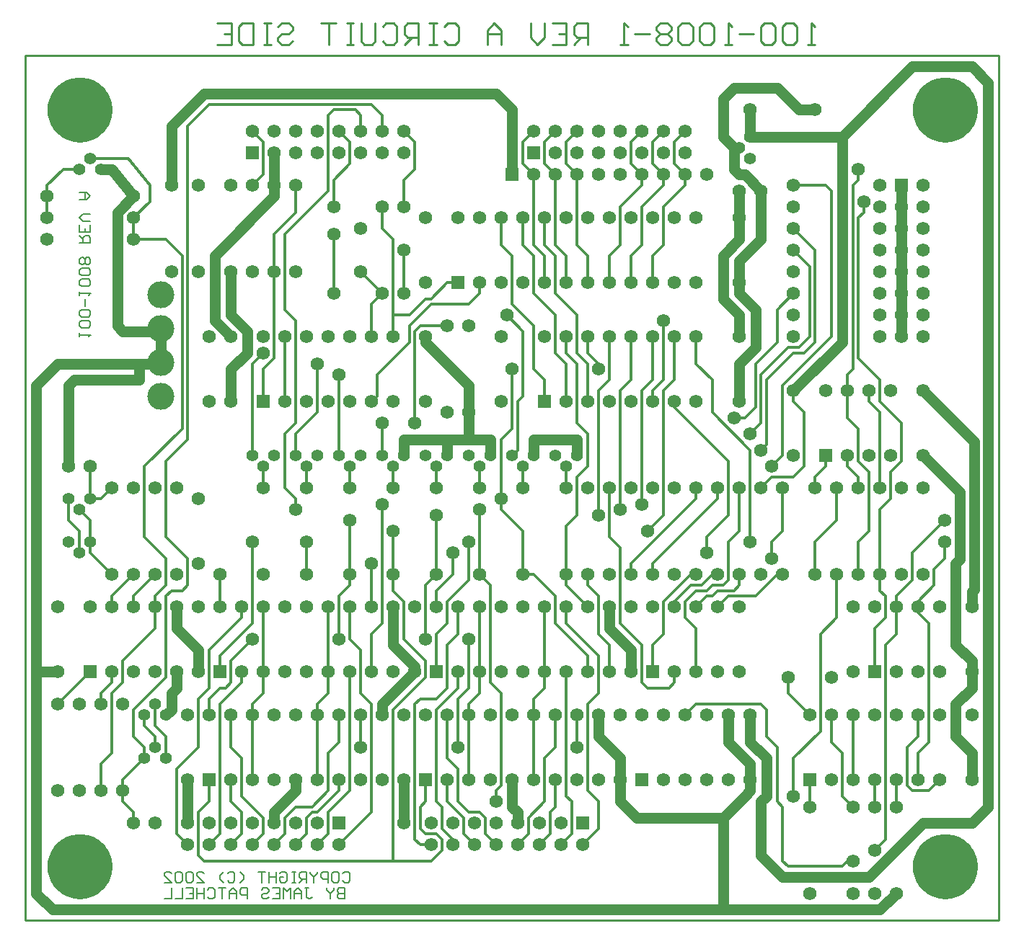
<source format=gbl>
*%FSLAX23Y23*%
*%MOIN*%
G01*
%ADD11C,0.006*%
%ADD12C,0.007*%
%ADD13C,0.008*%
%ADD14C,0.010*%
%ADD15C,0.012*%
%ADD16C,0.032*%
%ADD17C,0.036*%
%ADD18C,0.050*%
%ADD19C,0.052*%
%ADD20C,0.055*%
%ADD21C,0.056*%
%ADD22C,0.059*%
%ADD23C,0.062*%
%ADD24C,0.066*%
%ADD25C,0.070*%
%ADD26C,0.090*%
%ADD27C,0.125*%
%ADD28C,0.129*%
%ADD29C,0.140*%
%ADD30C,0.160*%
%ADD31C,0.250*%
%ADD32R,0.062X0.062*%
%ADD33R,0.066X0.066*%
D13*
X8513Y5864D02*
Y5914D01*
Y5864D02*
X8488D01*
X8480Y5872D01*
Y5881D01*
X8488Y5889D01*
X8513D01*
X8514D01*
X8513D02*
X8514D01*
X8513D02*
X8514D01*
X8513D02*
X8488D01*
X8480Y5897D01*
Y5906D01*
X8488Y5914D01*
X8513D01*
X8463D02*
Y5906D01*
X8446Y5889D01*
X8430Y5906D01*
Y5914D01*
X8446Y5889D02*
Y5864D01*
X8346Y5914D02*
X8330D01*
X8338D02*
X8346D01*
X8338D02*
Y5872D01*
X8346Y5864D01*
X8355D01*
X8363Y5872D01*
X8313Y5864D02*
Y5897D01*
X8296Y5914D01*
X8280Y5897D01*
Y5864D01*
Y5889D01*
X8313D01*
X8263Y5864D02*
Y5914D01*
X8246Y5897D01*
X8230Y5914D01*
Y5864D01*
X8213Y5914D02*
X8180D01*
X8213D02*
Y5864D01*
X8180D01*
X8196Y5889D02*
X8213D01*
X8138Y5914D02*
X8130Y5906D01*
X8138Y5914D02*
X8155D01*
X8163Y5906D01*
Y5897D01*
X8155Y5889D01*
X8138D01*
X8130Y5881D01*
Y5872D01*
X8138Y5864D01*
X8155D01*
X8163Y5872D01*
X8063Y5864D02*
Y5914D01*
X8038D01*
X8030Y5906D01*
Y5889D01*
X8038Y5881D01*
X8063D01*
X8013Y5864D02*
Y5897D01*
X7997Y5914D01*
X7980Y5897D01*
Y5864D01*
Y5889D01*
X8013D01*
X7963Y5914D02*
X7930D01*
X7947D01*
Y5864D01*
X7888Y5914D02*
X7880Y5906D01*
X7888Y5914D02*
X7905D01*
X7913Y5906D01*
Y5872D01*
X7905Y5864D01*
X7888D01*
X7880Y5872D01*
X7863Y5864D02*
Y5914D01*
Y5889D02*
Y5864D01*
Y5889D02*
X7830D01*
Y5914D01*
Y5864D01*
X7813Y5914D02*
X7780D01*
X7813D02*
Y5864D01*
X7780D01*
X7797Y5889D02*
X7813D01*
X7763Y5914D02*
Y5864D01*
X7730D01*
X7713D02*
Y5914D01*
Y5864D02*
X7680D01*
X8505Y5981D02*
X8513Y5989D01*
X8530D01*
X8538Y5981D01*
Y5947D01*
X8530Y5939D01*
X8513D01*
X8505Y5947D01*
X8480Y5989D02*
X8463D01*
X8480D02*
X8488Y5981D01*
Y5947D01*
X8480Y5939D01*
X8463D01*
X8455Y5947D01*
Y5981D01*
X8463Y5989D01*
X8438D02*
Y5939D01*
Y5989D02*
X8413D01*
X8405Y5981D01*
Y5964D01*
X8413Y5956D01*
X8438D01*
X8388Y5981D02*
Y5989D01*
Y5981D02*
X8371Y5964D01*
X8355Y5981D01*
Y5989D01*
X8371Y5964D02*
Y5939D01*
X8338D02*
Y5989D01*
X8313D01*
X8305Y5981D01*
Y5964D01*
X8313Y5956D01*
X8338D01*
X8321D02*
X8305Y5939D01*
X8288Y5989D02*
X8271D01*
X8280D01*
Y5939D01*
X8288D01*
X8271D01*
X8221Y5989D02*
X8213Y5981D01*
X8221Y5989D02*
X8238D01*
X8246Y5981D01*
Y5947D01*
X8238Y5939D01*
X8221D01*
X8213Y5947D01*
Y5964D01*
X8230D01*
X8196Y5989D02*
Y5939D01*
Y5964D01*
X8163D01*
Y5989D01*
Y5939D01*
X8146Y5989D02*
X8113D01*
X8130D01*
Y5939D01*
X8046Y5956D02*
X8030Y5939D01*
X8046Y5956D02*
Y5972D01*
X8030Y5989D01*
X7980D02*
X7972Y5981D01*
X7980Y5989D02*
X7997D01*
X8005Y5981D01*
Y5947D01*
X7997Y5939D01*
X7980D01*
X7972Y5947D01*
X7955Y5939D02*
X7938Y5956D01*
Y5972D01*
X7955Y5989D01*
X7863Y5939D02*
X7830D01*
X7863D02*
X7830Y5972D01*
Y5981D01*
X7838Y5989D01*
X7855D01*
X7863Y5981D01*
X7813D02*
X7805Y5989D01*
X7788D01*
X7780Y5981D01*
Y5947D01*
X7788Y5939D01*
X7805D01*
X7813Y5947D01*
Y5981D01*
X7763D02*
X7755Y5989D01*
X7738D01*
X7730Y5981D01*
Y5947D01*
X7738Y5939D01*
X7755D01*
X7763Y5947D01*
Y5981D01*
X7713Y5939D02*
X7680D01*
X7713D02*
X7680Y5972D01*
Y5981D01*
X7688Y5989D01*
X7705D01*
X7713Y5981D01*
X7288Y8464D02*
Y8481D01*
Y8472D01*
X7338D01*
X7339D01*
X7338D02*
X7330Y8464D01*
Y8506D02*
X7338Y8514D01*
Y8531D01*
X7330Y8539D01*
X7296D01*
X7288Y8531D01*
Y8514D01*
X7296Y8506D01*
X7330D01*
Y8556D02*
X7338Y8564D01*
Y8581D01*
X7330Y8589D01*
X7296D01*
X7288Y8581D01*
Y8564D01*
X7296Y8556D01*
X7330D01*
X7313Y8606D02*
Y8639D01*
X7288Y8656D02*
Y8672D01*
Y8664D01*
X7338D01*
X7339D01*
X7338D02*
X7330Y8656D01*
Y8697D02*
X7338Y8706D01*
Y8722D01*
X7330Y8731D01*
X7296D01*
X7288Y8722D01*
Y8706D01*
X7296Y8697D01*
X7330D01*
Y8747D02*
X7338Y8756D01*
Y8772D01*
X7330Y8781D01*
X7296D01*
X7288Y8772D01*
Y8756D01*
X7296Y8747D01*
X7330D01*
Y8797D02*
X7338Y8806D01*
Y8822D01*
X7330Y8831D01*
X7321D01*
X7313Y8822D01*
X7305Y8831D01*
X7296D01*
X7288Y8822D01*
Y8806D01*
X7296Y8797D01*
X7305D01*
X7313Y8806D01*
X7321Y8797D01*
X7330D01*
X7313Y8806D02*
Y8822D01*
X7288Y8897D02*
X7338D01*
Y8922D01*
X7330Y8931D01*
X7313D01*
X7305Y8922D01*
Y8897D01*
Y8914D02*
X7288Y8931D01*
X7338Y8947D02*
Y8980D01*
Y8947D02*
X7288D01*
Y8980D01*
X7313Y8964D02*
Y8947D01*
X7305Y8997D02*
X7338D01*
X7305D02*
X7288Y9014D01*
X7305Y9030D01*
X7338D01*
X7321Y9097D02*
X7288D01*
X7321D02*
X7338Y9114D01*
X7321Y9130D01*
X7288D01*
X7313D01*
Y9097D01*
D14*
X10655Y9814D02*
X10688D01*
X10671D02*
X10655D01*
X10671D02*
Y9914D01*
X10672D01*
X10671D02*
X10688Y9897D01*
X10605D02*
X10588Y9914D01*
X10555D01*
X10538Y9897D01*
Y9831D01*
X10555Y9814D01*
X10588D01*
X10605Y9831D01*
Y9897D01*
X10505D02*
X10488Y9914D01*
X10455D01*
X10438Y9897D01*
Y9831D01*
X10455Y9814D01*
X10488D01*
X10505Y9831D01*
Y9897D01*
X10405Y9864D02*
X10338D01*
X10305Y9814D02*
X10271D01*
X10288D01*
Y9914D01*
X10289D01*
X10288D02*
X10305Y9897D01*
X10221D02*
X10205Y9914D01*
X10172D01*
X10155Y9897D01*
Y9831D01*
X10172Y9814D01*
X10205D01*
X10221Y9831D01*
Y9897D01*
X10122D02*
X10105Y9914D01*
X10072D01*
X10055Y9897D01*
Y9831D01*
X10072Y9814D01*
X10105D01*
X10122Y9831D01*
Y9897D01*
X10022D02*
X10005Y9914D01*
X9972D01*
X9955Y9897D01*
Y9881D01*
X9972Y9864D01*
X9955Y9847D01*
Y9831D01*
X9972Y9814D01*
X10005D01*
X10022Y9831D01*
Y9847D01*
X10005Y9864D01*
X10022Y9881D01*
Y9897D01*
X10005Y9864D02*
X9972D01*
X9922D02*
X9855D01*
X9822Y9814D02*
X9788D01*
X9805D01*
Y9914D01*
X9806D01*
X9805D02*
X9822Y9897D01*
X9638Y9914D02*
Y9814D01*
Y9914D02*
X9588D01*
X9572Y9897D01*
Y9864D01*
X9588Y9847D01*
X9638D01*
X9605D02*
X9572Y9814D01*
X9538Y9914D02*
X9472D01*
X9538D02*
Y9814D01*
X9472D01*
X9505Y9864D02*
X9538D01*
X9438Y9847D02*
Y9914D01*
Y9847D02*
X9405Y9814D01*
X9372Y9847D01*
Y9914D01*
X9238Y9881D02*
Y9814D01*
Y9881D02*
X9205Y9914D01*
X9172Y9881D01*
Y9814D01*
Y9864D01*
X9238D01*
X8989Y9914D02*
X8972Y9897D01*
X8989Y9914D02*
X9022D01*
X9039Y9897D01*
Y9831D01*
X9022Y9814D01*
X8989D01*
X8972Y9831D01*
X8939Y9914D02*
X8905D01*
X8922D01*
Y9814D01*
X8939D01*
X8905D01*
X8855D02*
Y9914D01*
X8805D01*
X8789Y9897D01*
Y9864D01*
X8805Y9847D01*
X8855D01*
X8822D02*
X8789Y9814D01*
X8689Y9897D02*
X8705Y9914D01*
X8739D01*
X8755Y9897D01*
Y9831D01*
X8739Y9814D01*
X8705D01*
X8689Y9831D01*
X8655D02*
Y9914D01*
Y9831D02*
X8639Y9814D01*
X8605D01*
X8589Y9831D01*
Y9914D01*
X8555D02*
X8522D01*
X8539D01*
Y9814D01*
X8555D01*
X8522D01*
X8472Y9914D02*
X8405D01*
X8439D01*
Y9814D01*
X8222Y9914D02*
X8205Y9897D01*
X8222Y9914D02*
X8255D01*
X8272Y9897D01*
Y9881D01*
X8255Y9864D01*
X8222D01*
X8205Y9847D01*
Y9831D01*
X8222Y9814D01*
X8255D01*
X8272Y9831D01*
X8172Y9914D02*
X8139D01*
X8155D01*
Y9814D01*
X8172D01*
X8139D01*
X8089D02*
Y9914D01*
Y9814D02*
X8039D01*
X8022Y9831D01*
Y9897D01*
X8039Y9914D01*
X8089D01*
X7989D02*
X7922D01*
X7989D02*
Y9814D01*
X7922D01*
X7956Y9864D02*
X7989D01*
X7038Y9764D02*
X11538D01*
Y5764D02*
X7038D01*
Y9764D01*
X11538D02*
Y5764D01*
D15*
X7763Y8039D02*
X7588Y7864D01*
X8663Y8289D02*
X8813Y8439D01*
X8888Y6889D02*
X8738Y6739D01*
X9988Y7239D02*
X10113Y7364D01*
X11138Y7464D02*
X11288Y7614D01*
X8088Y7139D02*
X7938Y6989D01*
X7638Y7114D02*
X7488Y6964D01*
X7688Y6889D02*
X7538Y6739D01*
X7338Y6914D02*
X7188Y6764D01*
X9938Y7414D02*
X10238Y7714D01*
X10138D02*
X9838Y7414D01*
X8038Y7164D02*
X7888Y7014D01*
X8638Y6264D02*
X8488Y6114D01*
X10538Y8239D02*
X10763Y8464D01*
X10563Y8414D02*
X10438Y8289D01*
X10463Y8264D02*
X10588Y8389D01*
X8438Y9139D02*
X8238Y8939D01*
X10588Y6514D02*
X10713Y6639D01*
X9688Y6989D02*
X9538Y7139D01*
X10388Y7939D02*
X10213Y8114D01*
X10038Y8139D02*
X10288Y7889D01*
X9488Y7139D02*
X9638Y6989D01*
X7613Y9164D02*
X7513Y9289D01*
X7138Y9164D02*
Y9114D01*
Y9014D01*
Y9164D02*
X7213Y9239D01*
X7863Y6039D02*
X8913D01*
X8738D01*
X8863Y6114D02*
X8913D01*
X10563Y6014D02*
X10813D01*
X10838Y6039D02*
X10863D01*
X7388Y6764D02*
Y6814D01*
Y6489D02*
Y6364D01*
X7238Y7614D02*
Y7714D01*
X7288Y7564D02*
Y7464D01*
X7338D02*
Y7514D01*
Y7614D01*
Y7714D02*
Y7864D01*
X7438Y6539D02*
X7388Y6489D01*
Y6814D02*
X7438Y6864D01*
X7388Y7714D02*
X7438Y7764D01*
X7238Y7614D02*
X7288Y7564D01*
X7338Y7464D02*
X7438Y7364D01*
X7338Y7614D02*
X7288Y7664D01*
X8888Y6164D02*
X8938D01*
X9088Y6264D02*
X9138D01*
X8388D02*
X8363D01*
Y6289D02*
X8288D01*
X7488Y6864D02*
Y6964D01*
X7438Y6814D02*
Y6539D01*
X7588Y6514D02*
Y6564D01*
X7538Y6614D02*
Y6739D01*
X7488Y6414D02*
Y6364D01*
Y6314D01*
X7538Y6264D02*
Y6214D01*
X7588Y6664D02*
Y6714D01*
X7438Y6864D02*
Y6914D01*
Y7214D02*
Y7264D01*
X7538D02*
Y7214D01*
X7588Y7539D02*
Y7864D01*
X7538Y8914D02*
Y9014D01*
X7613Y9089D01*
X7488Y6864D02*
X7438Y6814D01*
X7588Y6514D02*
X7488Y6414D01*
X7438Y7264D02*
X7538Y7364D01*
Y7264D02*
X7638Y7364D01*
X7538Y6614D02*
X7588Y6564D01*
X7488Y6314D02*
X7538Y6264D01*
X7638Y6614D02*
X7588Y6664D01*
X7688Y7439D02*
X7588Y7539D01*
X11138Y6364D02*
X11213D01*
X7613Y9089D02*
Y9164D01*
X7763Y8839D02*
Y8039D01*
X7788Y7989D02*
Y9439D01*
X7738Y6464D02*
Y6164D01*
X7688Y6889D02*
Y7264D01*
X7788Y7314D02*
Y7439D01*
X7688Y7539D02*
Y7889D01*
X7638Y6764D02*
Y6664D01*
X7688Y6614D02*
Y6589D01*
Y6514D01*
X7638Y6564D02*
Y6614D01*
Y7114D02*
Y7214D01*
Y7264D01*
X7688Y7314D02*
Y7439D01*
Y7889D02*
X7788Y7989D01*
Y9439D02*
X7888Y9539D01*
X7838Y6564D02*
X7738Y6464D01*
X7688Y7264D02*
X7713Y7289D01*
X7763D02*
X7788Y7314D01*
X7688D02*
X7638Y7264D01*
X7763Y8839D02*
X7688Y8914D01*
X7738Y6164D02*
X7788Y6114D01*
Y7439D02*
X7688Y7539D01*
X7638Y6664D02*
X7688Y6614D01*
X7838Y6264D02*
Y6064D01*
X7988Y6864D02*
Y6964D01*
X7888Y6789D02*
Y6714D01*
Y6414D02*
Y6314D01*
X7838Y6564D02*
Y6789D01*
X7938Y6914D02*
Y6989D01*
Y7214D02*
Y7364D01*
X7888Y7014D02*
Y6839D01*
X7938Y6764D02*
Y6164D01*
X7988Y6314D02*
Y6414D01*
Y6564D02*
Y6714D01*
Y6964D02*
X8088Y7064D01*
X7988Y6864D02*
X7963Y6839D01*
X7938D02*
X7888Y6789D01*
Y6314D02*
X7838Y6264D01*
Y6789D02*
X7888Y6839D01*
X7938Y6164D02*
X7888Y6114D01*
X7938Y6764D02*
X8038Y6864D01*
Y6164D02*
X7988Y6114D01*
X7863Y6039D02*
X7838Y6064D01*
X8038Y6264D02*
X7988Y6314D01*
X8038Y6514D02*
X7988Y6564D01*
X9913Y6839D02*
X10013D01*
X7963D02*
X7938D01*
X8863Y6789D02*
X8938D01*
X10138Y6764D02*
X10438D01*
X8188Y8364D02*
Y8764D01*
X8138Y8314D02*
Y8164D01*
Y7864D02*
Y7764D01*
X8188Y8764D02*
Y8939D01*
X8138Y9214D02*
Y9364D01*
X8038Y7214D02*
Y7164D01*
Y6914D02*
Y6864D01*
Y6264D02*
Y6164D01*
X8138D02*
Y6239D01*
X8038Y6339D02*
Y6514D01*
X8088Y6414D02*
Y6714D01*
Y6764D01*
X8138Y6814D02*
Y6914D01*
Y7214D01*
X8088Y7914D02*
Y8339D01*
Y7514D02*
Y7139D01*
X8138Y8314D02*
X8188Y8364D01*
Y8939D02*
X8288Y9039D01*
X8138Y9214D02*
X8088Y9164D01*
X8138Y6164D02*
X8088Y6114D01*
X8188D02*
X8238Y6164D01*
X8088Y6764D02*
X8138Y6814D01*
X8088Y8339D02*
X8138Y8389D01*
Y9364D02*
X8088Y9414D01*
X8038Y6339D02*
X8138Y6239D01*
X8338Y7364D02*
Y7514D01*
X8238Y8164D02*
Y8464D01*
X8338Y7864D02*
Y7764D01*
X8288Y9039D02*
Y9164D01*
X8238Y6239D02*
Y6164D01*
X8338D02*
Y6239D01*
X8288Y7914D02*
Y8014D01*
X8238Y8589D02*
Y8939D01*
X8288Y7714D02*
Y7664D01*
X8238Y7764D02*
Y8014D01*
X8288Y8064D02*
Y8539D01*
X8338Y6164D02*
X8288Y6114D01*
X8338Y6239D02*
X8363Y6264D01*
X8288Y6289D02*
X8238Y6239D01*
X8363Y6289D02*
X8438Y6364D01*
X8288Y8014D02*
X8388Y8114D01*
X8288Y8064D02*
X8238Y8014D01*
X8288Y8539D02*
X8238Y8589D01*
Y7764D02*
X8288Y7714D01*
X10288Y7264D02*
X10413D01*
X10188Y7289D02*
X10138D01*
X10188Y7264D02*
X10213D01*
X10238Y7289D02*
X10313D01*
X7763D02*
X7713D01*
X8538Y7314D02*
Y7364D01*
X8488Y7264D02*
Y7064D01*
X8538Y7764D02*
Y7864D01*
Y7214D02*
Y7064D01*
X8438Y6914D02*
Y7214D01*
Y6914D02*
Y6814D01*
X8388Y6764D02*
Y6714D01*
X8488D02*
Y6589D01*
X8438Y6264D02*
Y6164D01*
X8538Y6364D02*
Y6914D01*
X8488Y6414D02*
Y6364D01*
X8438D02*
Y6539D01*
X8388Y6414D02*
Y6714D01*
Y8114D02*
Y8339D01*
X8488Y8289D02*
Y7914D01*
X8438Y9139D02*
Y9489D01*
X8538Y9364D02*
Y9264D01*
X8463Y9189D02*
Y9064D01*
Y8939D02*
Y8664D01*
X8538Y7614D02*
Y7364D01*
Y7314D02*
X8488Y7264D01*
X8438Y6814D02*
X8388Y6764D01*
X8438Y6164D02*
X8388Y6114D01*
X8438Y6264D02*
X8538Y6364D01*
X8488D02*
X8388Y6264D01*
X8438Y6539D02*
X8488Y6589D01*
X8438Y9489D02*
X8463Y9514D01*
X8538Y9264D02*
X8463Y9189D01*
X8538Y7064D02*
X8588Y7014D01*
Y9489D02*
X8563Y9514D01*
X8488Y9414D02*
X8538Y9364D01*
X10513Y7364D02*
X10538D01*
X10163Y7314D02*
X10113D01*
Y7364D02*
X10138D01*
X10213D02*
X10238D01*
X10213Y7314D02*
X10263D01*
X9388Y7364D02*
X9338D01*
X8688Y9414D02*
Y9489D01*
X8738Y8564D02*
Y8464D01*
X8663Y8289D02*
Y8189D01*
X8738Y6739D02*
Y6039D01*
X8588Y6564D02*
Y6714D01*
X8738Y7364D02*
Y7564D01*
Y7364D02*
Y7289D01*
X8638Y7214D02*
Y7414D01*
X8688Y8964D02*
Y9064D01*
X8738Y8914D02*
Y8464D01*
X8638D02*
Y8614D01*
X8738Y7864D02*
Y7764D01*
X8588Y7014D02*
Y6814D01*
X8638Y6764D02*
Y6264D01*
Y6914D02*
Y7089D01*
X8688Y7139D02*
Y7689D01*
Y7914D02*
Y8064D01*
X8588Y9414D02*
Y9489D01*
X8663Y8189D02*
X8638Y8164D01*
Y8614D02*
X8688Y8664D01*
Y7139D02*
X8638Y7089D01*
X8688Y9489D02*
X8638Y9539D01*
X8738Y7289D02*
X8788Y7239D01*
X8738Y8914D02*
X8688Y8964D01*
X8588Y8764D02*
X8688Y8664D01*
X8588Y6814D02*
X8638Y6764D01*
X8938Y7214D02*
Y7289D01*
X8863Y6289D02*
Y6189D01*
X8888Y6314D02*
Y6414D01*
X8813Y8439D02*
Y8514D01*
X8788Y7239D02*
Y7064D01*
X8888Y6964D02*
Y6889D01*
X8938Y7364D02*
Y7639D01*
X8888Y7314D02*
Y7064D01*
X8938Y7089D02*
Y6914D01*
X8963Y6139D02*
Y6089D01*
Y6189D02*
Y6289D01*
X8838Y6139D02*
Y6764D01*
X8963Y6139D02*
Y6114D01*
Y6089D01*
X8838Y9239D02*
Y9364D01*
X8788Y9189D02*
Y9064D01*
X8938Y7864D02*
Y7764D01*
Y6739D02*
Y6314D01*
X8838Y8064D02*
Y8489D01*
X8788Y8664D02*
Y8864D01*
X8938Y6164D02*
X8963Y6139D01*
X8888Y6164D02*
X8863Y6189D01*
X8938Y7289D02*
X9013Y7364D01*
X8963Y6089D02*
X8913Y6039D01*
X8863Y6289D02*
X8888Y6314D01*
X8813Y8564D02*
X8888Y8639D01*
X8913D02*
X8988Y8714D01*
X8913Y8614D02*
X8813Y8514D01*
X8938Y7364D02*
X8888Y7314D01*
X8988Y7139D02*
X8938Y7089D01*
X8788Y9189D02*
X8838Y9239D01*
X8988Y6839D02*
X8938Y6789D01*
X8863D02*
X8838Y6764D01*
X8938Y6739D02*
X9038Y6839D01*
X8838Y8489D02*
X8863Y8514D01*
X8788Y7064D02*
X8888Y6964D01*
X8963Y6189D02*
X9013Y6139D01*
X8863Y6114D02*
X8838Y6139D01*
Y9364D02*
X8788Y9414D01*
X8938Y6314D02*
X8963Y6289D01*
X7388Y7714D02*
X7338D01*
X10488Y7814D02*
X10588D01*
X9013Y7464D02*
Y7364D01*
X9138Y8664D02*
Y8714D01*
Y7664D02*
Y7364D01*
X9038Y6789D02*
Y6564D01*
X9088Y6839D02*
Y7064D01*
Y7339D02*
Y7514D01*
X8988Y7239D02*
Y7139D01*
X9013Y6139D02*
Y6114D01*
X9138Y7764D02*
Y7864D01*
X9038Y7214D02*
Y7089D01*
X8988Y7039D02*
Y6839D01*
X9038D02*
Y6914D01*
X9063Y6239D02*
Y6164D01*
X8988Y6314D02*
Y6414D01*
X9163Y6239D02*
Y6164D01*
X9038Y6314D02*
Y6464D01*
X8988Y6514D02*
Y6714D01*
X9088D02*
Y6414D01*
Y6714D02*
Y6764D01*
X9138Y6814D02*
Y6914D01*
Y7214D01*
X9088Y8614D02*
X9138Y8664D01*
X9088Y6839D02*
X9038Y6789D01*
X8988Y7239D02*
X9088Y7339D01*
X9038Y7089D02*
X8988Y7039D01*
X9138Y6814D02*
X9088Y6764D01*
X9063Y6164D02*
X9113Y6114D01*
X9063Y6239D02*
X8988Y6314D01*
X9163Y6164D02*
X9213Y6114D01*
X9163Y6239D02*
X9138Y6264D01*
X9088D02*
X9038Y6314D01*
Y6464D02*
X8988Y6514D01*
X9188Y7314D02*
X9138Y7364D01*
X10313Y8089D02*
X10363D01*
X9338Y7564D02*
Y7364D01*
X9238Y7664D02*
Y7989D01*
X9288Y8039D02*
Y8314D01*
X9338Y8889D02*
Y9014D01*
X9288Y8839D02*
Y8614D01*
X9238Y8889D02*
Y9014D01*
X9338Y7864D02*
Y7764D01*
Y9264D02*
Y9364D01*
X9363Y6239D02*
Y6164D01*
X9188Y6864D02*
Y7314D01*
X9238Y6814D02*
Y6389D01*
X9213Y6364D02*
Y6314D01*
X9313Y7939D02*
Y8164D01*
X9338Y8189D02*
Y8489D01*
X9288Y8039D02*
X9238Y7989D01*
X9338Y9364D02*
X9388Y9414D01*
X9363Y6164D02*
X9313Y6114D01*
X9363Y6239D02*
X9438Y6314D01*
X9238Y6389D02*
X9213Y6364D01*
X9288Y7914D02*
X9313Y7939D01*
Y8164D02*
X9338Y8189D01*
X9238Y7664D02*
X9338Y7564D01*
X9388Y8839D02*
X9338Y8889D01*
X9288Y8614D02*
X9388Y8514D01*
X9288Y8839D02*
X9238Y8889D01*
X9388Y9214D02*
X9338Y9264D01*
X9188Y6864D02*
X9238Y6814D01*
X9338Y8489D02*
X9263Y8564D01*
X9538Y7589D02*
Y7364D01*
Y8389D02*
Y8464D01*
Y7214D02*
Y7139D01*
Y7314D02*
Y7364D01*
X9488Y8664D02*
Y8839D01*
X9438Y8889D02*
Y9014D01*
X9538Y8339D02*
Y8164D01*
X9488Y8389D02*
Y8564D01*
X9388Y8664D02*
Y8839D01*
X9438Y8264D02*
Y8164D01*
X9388Y8314D02*
Y8514D01*
X9538Y7864D02*
Y7764D01*
X9388Y8889D02*
Y9214D01*
X9438Y8839D02*
Y8714D01*
X9488Y8889D02*
Y9214D01*
X9538Y8839D02*
Y8714D01*
Y9264D02*
Y9364D01*
X9438Y9289D02*
Y9264D01*
Y9289D02*
Y9364D01*
X9538Y6914D02*
Y6339D01*
X9463Y6264D02*
Y6164D01*
X9488Y6289D02*
Y6414D01*
X9438Y6314D02*
Y6514D01*
X9488Y6564D02*
Y6714D01*
X9438Y6914D02*
Y7214D01*
Y6914D02*
Y6839D01*
X9388Y6789D02*
Y6714D01*
Y6414D01*
X9488Y7139D02*
Y7264D01*
X9538Y7589D02*
X9588Y7639D01*
X9538Y9364D02*
X9588Y9414D01*
X9488D02*
X9438Y9364D01*
X9563Y6164D02*
X9513Y6114D01*
X9463Y6164D02*
X9413Y6114D01*
X9463Y6264D02*
X9488Y6289D01*
X9438Y6514D02*
X9488Y6564D01*
X9388Y6789D02*
X9438Y6839D01*
X9588Y8339D02*
X9538Y8389D01*
Y7314D02*
X9638Y7214D01*
X9588Y8564D02*
X9488Y8664D01*
Y8839D02*
X9438Y8889D01*
X9488Y8389D02*
X9538Y8339D01*
X9488Y8564D02*
X9388Y8664D01*
Y8314D02*
X9438Y8264D01*
Y8839D02*
X9388Y8889D01*
X9488D02*
X9538Y8839D01*
X9588Y9214D02*
X9538Y9264D01*
X9488Y9214D02*
X9438Y9264D01*
X9538Y6339D02*
X9563Y6314D01*
X9488Y7264D02*
X9388Y7364D01*
X10588Y8389D02*
X10638D01*
X10613Y8414D02*
X10563D01*
X9688Y6989D02*
Y6814D01*
X9638Y6764D02*
Y6364D01*
Y7314D02*
Y7364D01*
X9738Y7539D02*
Y7764D01*
X9688Y8314D02*
Y8339D01*
X9638Y8389D02*
Y8464D01*
X9588Y7814D02*
Y7639D01*
X9638Y7864D02*
Y8014D01*
X9588Y8064D02*
Y8339D01*
X9738Y8264D02*
Y8464D01*
X9588Y6714D02*
Y6564D01*
X9638Y8164D02*
Y8339D01*
X9588Y8389D02*
Y8564D01*
Y8889D02*
Y9214D01*
X9638Y8839D02*
Y8714D01*
X9738D02*
Y8839D01*
X9688Y6314D02*
Y6189D01*
X9563Y6164D02*
Y6314D01*
X9638Y6914D02*
Y6989D01*
X9688Y7639D02*
Y8214D01*
Y7264D02*
Y7089D01*
X9738Y7039D02*
Y6914D01*
X9688Y6814D02*
X9638Y6764D01*
X9588Y7814D02*
X9638Y7864D01*
X9688Y8214D02*
X9738Y8264D01*
Y8839D02*
X9788Y8889D01*
X9688Y6189D02*
X9613Y6114D01*
X9688Y7264D02*
X9638Y7314D01*
X9788Y7489D02*
X9738Y7539D01*
X9688Y8339D02*
X9638Y8389D01*
X9588Y8064D02*
X9638Y8014D01*
Y8339D02*
X9588Y8389D01*
X9638Y8839D02*
X9588Y8889D01*
X9638Y6364D02*
X9688Y6314D01*
X9738Y7039D02*
X9688Y7089D01*
X8813Y8564D02*
X8738D01*
X8888Y8639D02*
X8913D01*
Y8614D02*
X9088D01*
X8988Y8514D02*
X8863D01*
X9938Y8214D02*
Y8164D01*
Y7039D02*
Y6914D01*
X9788Y7664D02*
Y8214D01*
X9838Y8264D02*
Y8464D01*
X9938D02*
Y8264D01*
Y7414D02*
Y7364D01*
X9838D02*
Y7414D01*
X9888Y9164D02*
Y9214D01*
X9788Y9064D02*
Y8889D01*
X9888D02*
Y9064D01*
X9838Y8839D02*
Y8714D01*
X9938D02*
Y8839D01*
Y9264D02*
Y9364D01*
X9838Y9289D02*
Y9264D01*
Y9289D02*
Y9364D01*
X9888Y7039D02*
Y6864D01*
X9788Y7139D02*
Y7489D01*
X9888Y7689D02*
Y8214D01*
X9938D02*
X9988Y8264D01*
Y7089D02*
X9938Y7039D01*
X9788Y8214D02*
X9838Y8264D01*
X9888Y8214D02*
X9938Y8264D01*
X9788Y9064D02*
X9888Y9164D01*
Y9064D02*
X9988Y9164D01*
X9888Y8889D02*
X9838Y8839D01*
X9938D02*
X9988Y8889D01*
X9938Y9364D02*
X9988Y9414D01*
X9888D02*
X9838Y9364D01*
X9888Y6864D02*
X9913Y6839D01*
X9988Y9214D02*
X9938Y9264D01*
X9888Y9214D02*
X9838Y9264D01*
X9788Y7139D02*
X9888Y7039D01*
X9913Y7564D02*
X9988Y7639D01*
X9038Y8714D02*
X8988D01*
X9988Y8539D02*
Y8264D01*
X10038Y6914D02*
Y6864D01*
Y7214D02*
Y7239D01*
X10138Y7114D02*
Y6914D01*
X10088Y7164D02*
Y7239D01*
X9988D02*
Y7089D01*
X10038Y8264D02*
Y8464D01*
X10138D02*
Y8339D01*
X10038Y8164D02*
Y8139D01*
X10138Y7764D02*
Y7714D01*
X9988Y9164D02*
Y9214D01*
X10088D02*
Y9164D01*
X9988Y9064D02*
Y8889D01*
X10038Y9264D02*
Y9364D01*
X9988Y8214D02*
Y7639D01*
X10038Y6864D02*
X10013Y6839D01*
X10038Y7239D02*
X10113Y7314D01*
X10138Y7289D02*
X10088Y7239D01*
X10138Y7214D02*
X10188Y7264D01*
X9988Y8214D02*
X10038Y8264D01*
X9988Y9064D02*
X10088Y9164D01*
X10038Y9364D02*
X10088Y9414D01*
X10138Y6764D02*
X10088Y6714D01*
X10138Y7114D02*
X10088Y7164D01*
X10213Y8264D02*
X10138Y8339D01*
X10088Y9214D02*
X10038Y9264D01*
X7688Y8914D02*
X7538D01*
X10338Y7764D02*
Y7564D01*
Y7364D02*
Y7314D01*
X10213Y8114D02*
Y8264D01*
X10288Y7889D02*
Y7639D01*
X10188Y7539D02*
Y7464D01*
X10238Y7714D02*
Y7764D01*
X10288Y7514D02*
Y7339D01*
X10213Y7364D02*
X10163Y7314D01*
X10188Y7289D02*
X10213Y7314D01*
X10263D02*
X10288Y7339D01*
X10238Y7289D02*
X10213Y7264D01*
X10313Y7289D02*
X10338Y7314D01*
X10288Y7264D02*
X10238Y7214D01*
X10188Y7539D02*
X10288Y7639D01*
X10338Y7564D02*
X10288Y7514D01*
X7288Y9239D02*
X7213D01*
X10588Y9164D02*
X10738D01*
X10538Y7764D02*
Y7564D01*
X10488Y7514D02*
Y7439D01*
X10388Y7514D02*
Y7939D01*
X10413Y8139D02*
Y8339D01*
X10513Y8439D02*
Y8589D01*
X10438Y8289D02*
Y8064D01*
X10463Y7964D02*
Y8264D01*
X10538Y8239D02*
Y7914D01*
X10463Y6739D02*
Y6614D01*
X10513Y6564D02*
Y6314D01*
X10538Y6289D02*
Y6039D01*
X10413Y7264D02*
X10513Y7364D01*
X10488Y7514D02*
X10538Y7564D01*
X10363Y8089D02*
X10413Y8139D01*
Y8339D02*
X10513Y8439D01*
Y8589D02*
X10588Y8664D01*
X10438Y8064D02*
X10388Y8014D01*
X10488Y7814D02*
X10438Y7764D01*
Y7939D02*
X10463Y7964D01*
X10538Y7914D02*
X10488Y7864D01*
X10438Y6764D02*
X10463Y6739D01*
Y6614D02*
X10513Y6564D01*
Y6314D02*
X10538Y6289D01*
Y6039D02*
X10563Y6014D01*
X7513Y9289D02*
X7338D01*
X10688Y7514D02*
Y7364D01*
Y8439D02*
Y8864D01*
X10638Y8114D02*
Y7864D01*
X10588Y8164D02*
Y8214D01*
X10663Y8464D02*
Y8789D01*
X10563Y6889D02*
Y6814D01*
X10663Y6414D02*
Y6289D01*
X10588Y6339D02*
Y6514D01*
X10713Y6639D02*
Y7089D01*
X10688Y7764D02*
Y7814D01*
X10788Y7614D02*
X10688Y7514D01*
X10638Y8389D02*
X10688Y8439D01*
X10638Y7864D02*
X10588Y7814D01*
X10613Y8414D02*
X10663Y8464D01*
X10788Y7164D02*
X10713Y7089D01*
X10688Y7814D02*
X10738Y7864D01*
X10663Y8789D02*
X10588Y8864D01*
Y8964D02*
X10688Y8864D01*
X10588Y8164D02*
X10638Y8114D01*
X10563Y6814D02*
X10663Y6714D01*
X8638Y9539D02*
X7888D01*
X8463Y9514D02*
X8563D01*
X10863Y6714D02*
Y6414D01*
X10788Y7614D02*
Y7764D01*
X10813Y6539D02*
Y6339D01*
X10763Y6589D02*
Y6714D01*
X10788Y7164D02*
Y7364D01*
X10738Y7864D02*
Y7914D01*
X10838D02*
Y7864D01*
X10888Y7814D02*
Y7764D01*
Y7889D02*
Y8039D01*
Y7514D02*
Y7364D01*
X10838Y8089D02*
Y8214D01*
Y8289D01*
X10888Y9189D02*
Y9239D01*
Y9014D02*
Y8364D01*
X10863Y8314D02*
Y9164D01*
X10913Y9089D02*
Y9039D01*
X10763Y9139D02*
Y8464D01*
X10838Y6039D02*
X10813Y6014D01*
X10888Y7514D02*
X10938Y7564D01*
X10863Y9164D02*
X10888Y9189D01*
X10863Y8314D02*
X10838Y8289D01*
X10888Y9014D02*
X10913Y9039D01*
X10763Y6589D02*
X10813Y6539D01*
Y6339D02*
X10863Y6289D01*
X10888Y7814D02*
X10838Y7864D01*
X10888Y8039D02*
X10838Y8089D01*
X10888Y7889D02*
X10938Y7839D01*
X10988Y8264D02*
X10888Y8364D01*
X10763Y9139D02*
X10738Y9164D01*
X10963Y6414D02*
Y6289D01*
X11063D02*
Y6414D01*
X11113Y6389D02*
Y6564D01*
X11013Y6139D02*
Y7039D01*
X11063Y7214D02*
Y7264D01*
Y7214D02*
Y7089D01*
X10988Y7764D02*
Y8114D01*
X10938Y8164D02*
Y8214D01*
Y7839D02*
Y7564D01*
X11013Y7264D02*
Y7164D01*
X10963Y7114D02*
Y6914D01*
X10988Y8164D02*
Y8264D01*
X11088Y8064D02*
Y7889D01*
X11038Y7839D02*
Y7714D01*
X10988Y7364D02*
Y7289D01*
Y7364D02*
Y7664D01*
X11138Y7339D02*
X11063Y7264D01*
X11163Y6614D02*
X11113Y6564D01*
X11013Y6139D02*
X10963Y6089D01*
X11013Y7039D02*
X11063Y7089D01*
X11013Y7164D02*
X10963Y7114D01*
X11038Y7839D02*
X11088Y7889D01*
X11038Y7714D02*
X10988Y7664D01*
X11113Y6389D02*
X11138Y6364D01*
X10988Y8114D02*
X10938Y8164D01*
X10988Y7289D02*
X11013Y7264D01*
X11088Y8064D02*
X10988Y8164D01*
X11163Y6539D02*
Y6414D01*
Y7189D02*
Y7214D01*
Y7239D01*
X11213Y7139D02*
Y6589D01*
X11238Y7314D02*
Y7389D01*
X11288Y7439D02*
Y7514D01*
X11138Y7464D02*
Y7339D01*
X11163Y6714D02*
Y6614D01*
X11213Y6589D02*
X11163Y6539D01*
Y7239D02*
X11238Y7314D01*
Y7389D02*
X11288Y7439D01*
X11263Y6414D02*
X11213Y6364D01*
Y7139D02*
X11163Y7189D01*
D18*
X7263Y8264D02*
X7238Y8239D01*
X7463Y9039D02*
X7538Y9114D01*
X7188Y8339D02*
X7088Y8239D01*
X10263Y6239D02*
X10363Y6339D01*
X7713Y9439D02*
X7863Y9589D01*
X11413Y6214D02*
X11488Y6289D01*
X11188Y6214D02*
X10938Y5964D01*
X11063Y5889D02*
X10988Y5814D01*
X10388Y6364D02*
X10363Y6339D01*
X7913Y8839D02*
X8188Y9114D01*
X8838Y6914D02*
X8688Y6764D01*
X8288Y6364D02*
X8188Y6264D01*
X10438Y6314D02*
X10463Y6339D01*
X7738Y6839D02*
X7713Y6814D01*
Y6739D02*
X7688Y6714D01*
X11338Y6764D02*
X11413Y6839D01*
X10338Y8339D02*
X10413Y8414D01*
X10338Y8814D02*
X10438Y8914D01*
X10338D02*
X10263Y8839D01*
X8063Y8389D02*
X7988Y8314D01*
X10588Y8214D02*
X10813Y8439D01*
Y9389D02*
X11138Y9714D01*
X10313Y9614D02*
X10263Y9564D01*
X11423Y7294D02*
X11413Y7284D01*
X11338Y7414D02*
X11358Y7434D01*
X7488Y8489D02*
X7463Y8514D01*
X7088Y5889D02*
X7163Y5814D01*
X9788Y6314D02*
X9863Y6239D01*
X7988Y8464D02*
X7913Y8539D01*
X9213Y9589D02*
X9288Y9514D01*
X9688Y6614D02*
X9788Y6514D01*
X10438Y6064D02*
X10538Y5964D01*
X9088Y8239D02*
X8888Y8439D01*
X10313Y9239D02*
X10338Y9214D01*
X10363D02*
X10438Y9139D01*
X11338Y7039D02*
X11413Y6964D01*
X11488Y9639D02*
X11413Y9714D01*
X10288Y6589D02*
X10388Y6489D01*
X7838Y7014D02*
X7738Y7114D01*
X10388Y6589D02*
X10463Y6514D01*
X11338Y6614D02*
X11413Y6539D01*
X10413Y8589D02*
X10338Y8664D01*
X10263Y8639D02*
X10338Y8564D01*
X8063Y8489D02*
X8038Y8514D01*
X7988Y8564D01*
X9288Y6289D02*
X9313Y6264D01*
X10613Y9514D02*
X10513Y9614D01*
X10263Y9389D02*
X10313Y9339D01*
X11188Y8214D02*
X11423Y7979D01*
X11188Y7914D02*
X11358Y7744D01*
X8838Y6939D02*
X8738Y7039D01*
X9738Y7114D02*
X9838Y7014D01*
X7538Y9114D02*
X7438Y9239D01*
X7163Y5814D02*
X10263D01*
X10988D01*
X7088Y5889D02*
Y8239D01*
X10538Y5964D02*
X10938D01*
X7238Y7864D02*
Y8239D01*
X9863Y6239D02*
X10263D01*
X11188Y6214D02*
X11413D01*
X7563Y8264D02*
Y8339D01*
X7463Y8514D02*
Y9039D01*
X7663Y8514D02*
Y8339D01*
X7713Y9164D02*
Y9439D01*
X7738Y7214D02*
Y7114D01*
X7788Y6414D02*
Y6214D01*
X7738Y6839D02*
Y6914D01*
X7713Y6814D02*
Y6739D01*
X7913Y8539D02*
Y8839D01*
X7838Y7014D02*
Y6914D01*
X7988Y8164D02*
Y8314D01*
Y8564D02*
Y8764D01*
X7188Y6914D02*
X7088D01*
X8188Y9114D02*
Y9164D01*
Y6264D02*
Y6214D01*
Y9164D02*
Y9314D01*
X8063Y8489D02*
Y8389D01*
X8288Y6414D02*
Y6364D01*
X8688Y6714D02*
Y6764D01*
X8738Y7039D02*
Y7214D01*
X8888Y8439D02*
Y8464D01*
X8788Y6414D02*
Y6214D01*
Y7914D02*
Y7989D01*
X8838Y6939D02*
Y6914D01*
X8988Y7914D02*
Y7989D01*
X9088Y8114D02*
Y8239D01*
Y8114D02*
Y7989D01*
X8988D01*
X9388D02*
X9588D01*
X8988D02*
X8788D01*
X8988D02*
X9188D01*
X9288Y9214D02*
Y9514D01*
X9313Y6264D02*
Y6214D01*
X9288Y6289D02*
Y6414D01*
X9188Y7914D02*
Y7989D01*
X7563Y8264D02*
X7263D01*
X9388Y7989D02*
Y7914D01*
X7663Y8339D02*
X7188D01*
X9688Y6714D02*
Y6614D01*
X9588Y7914D02*
Y7989D01*
X9738Y7214D02*
Y7114D01*
X7663Y8489D02*
X7488D01*
X9788Y6414D02*
Y6314D01*
Y6414D02*
Y6514D01*
X9838Y6914D02*
Y7014D01*
X10263Y6239D02*
Y5814D01*
X10313Y9239D02*
Y9339D01*
X10288Y6714D02*
Y6589D01*
X10338Y8664D02*
Y8714D01*
Y8339D02*
Y8164D01*
Y8714D02*
Y8814D01*
X10263Y8839D02*
Y8639D01*
X10338Y8564D02*
Y8464D01*
Y8914D02*
Y9014D01*
Y9139D01*
X10263Y9389D02*
Y9564D01*
X7438Y9239D02*
X7388D01*
X10338Y9214D02*
X10363D01*
X10388Y6414D02*
Y6364D01*
Y6414D02*
Y6489D01*
X10438Y6239D02*
Y6064D01*
X10388Y9389D02*
Y9514D01*
Y6714D02*
Y6689D01*
Y6589D01*
X10463Y6514D02*
Y6339D01*
X10438Y6314D02*
Y6239D01*
X10413Y8414D02*
Y8589D01*
X10438Y8914D02*
Y9139D01*
X10338Y9339D02*
X10313D01*
X10388Y9389D02*
X10488D01*
X10388D02*
X10813D01*
X10488D01*
X9213Y9589D02*
X7863D01*
X10613Y9514D02*
X10688D01*
X10513Y9614D02*
X10313D01*
X10813Y9389D02*
Y8439D01*
X11138Y9714D02*
X11413D01*
X11088Y8564D02*
Y8464D01*
Y8564D02*
Y8664D01*
Y8764D01*
Y8864D01*
Y8964D01*
Y9064D01*
Y9164D01*
X11488Y7239D02*
Y6289D01*
X11413Y6914D02*
Y6964D01*
X11338Y7039D02*
Y7414D01*
X11488Y7239D02*
Y9639D01*
X11413Y6914D02*
Y6839D01*
X11338Y6764D02*
Y6614D01*
X11413Y6539D02*
Y6414D01*
Y7214D02*
Y7284D01*
X11423Y7294D02*
Y7979D01*
X11358Y7744D02*
Y7434D01*
X7163Y6014D02*
X7164D01*
X7163D02*
X7163Y6004D01*
X7165Y5994D01*
X7167Y5984D01*
X7169Y5974D01*
X7173Y5965D01*
X7177Y5956D01*
X7182Y5947D01*
X7188Y5939D01*
X7194Y5931D01*
X7201Y5924D01*
X7209Y5917D01*
X7217Y5911D01*
X7226Y5906D01*
X7234Y5901D01*
X7244Y5897D01*
X7253Y5894D01*
X7263Y5892D01*
X7273Y5890D01*
X7283Y5889D01*
X7293D01*
X7303Y5890D01*
X7313Y5892D01*
X7323Y5894D01*
X7332Y5897D01*
X7342Y5901D01*
X7350Y5906D01*
X7359Y5911D01*
X7367Y5917D01*
X7375Y5924D01*
X7382Y5931D01*
X7388Y5939D01*
X7394Y5947D01*
X7399Y5956D01*
X7403Y5965D01*
X7407Y5974D01*
X7409Y5984D01*
X7411Y5994D01*
X7413Y6004D01*
X7413Y6014D01*
X7414D01*
X7413D02*
X7413Y6024D01*
X7411Y6034D01*
X7409Y6044D01*
X7407Y6054D01*
X7403Y6063D01*
X7399Y6072D01*
X7394Y6081D01*
X7388Y6089D01*
X7382Y6097D01*
X7375Y6104D01*
X7367Y6111D01*
X7359Y6117D01*
X7350Y6122D01*
X7342Y6127D01*
X7332Y6131D01*
X7323Y6134D01*
X7313Y6136D01*
X7303Y6138D01*
X7293Y6139D01*
X7283D01*
X7273Y6138D01*
X7263Y6136D01*
X7253Y6134D01*
X7244Y6131D01*
X7234Y6127D01*
X7226Y6122D01*
X7217Y6117D01*
X7209Y6111D01*
X7201Y6104D01*
X7194Y6097D01*
X7188Y6089D01*
X7182Y6081D01*
X7177Y6072D01*
X7173Y6063D01*
X7169Y6054D01*
X7167Y6044D01*
X7165Y6034D01*
X7163Y6024D01*
X7163Y6014D01*
X7211D02*
X7212D01*
X7211D02*
X7212Y6005D01*
X7213Y5996D01*
X7216Y5988D01*
X7219Y5979D01*
X7224Y5972D01*
X7229Y5965D01*
X7235Y5958D01*
X7242Y5952D01*
X7250Y5947D01*
X7258Y5943D01*
X7266Y5940D01*
X7275Y5938D01*
X7284Y5937D01*
X7292D01*
X7301Y5938D01*
X7310Y5940D01*
X7318Y5943D01*
X7326Y5947D01*
X7334Y5952D01*
X7341Y5958D01*
X7347Y5965D01*
X7352Y5972D01*
X7357Y5979D01*
X7360Y5988D01*
X7363Y5996D01*
X7364Y6005D01*
X7365Y6014D01*
X7366D01*
X7365D02*
X7364Y6023D01*
X7363Y6032D01*
X7360Y6040D01*
X7357Y6049D01*
X7352Y6056D01*
X7347Y6063D01*
X7341Y6070D01*
X7334Y6076D01*
X7326Y6081D01*
X7318Y6085D01*
X7310Y6088D01*
X7301Y6090D01*
X7292Y6091D01*
X7284D01*
X7275Y6090D01*
X7266Y6088D01*
X7258Y6085D01*
X7250Y6081D01*
X7242Y6076D01*
X7235Y6070D01*
X7229Y6063D01*
X7224Y6056D01*
X7219Y6049D01*
X7216Y6040D01*
X7213Y6032D01*
X7212Y6023D01*
X7211Y6014D01*
X7259D02*
X7260D01*
X7259D02*
X7260Y6008D01*
X7262Y6002D01*
X7265Y5997D01*
X7269Y5992D01*
X7274Y5989D01*
X7279Y5986D01*
X7285Y5985D01*
X7291D01*
X7297Y5986D01*
X7302Y5989D01*
X7307Y5992D01*
X7311Y5997D01*
X7314Y6002D01*
X7316Y6008D01*
X7317Y6014D01*
X7318D01*
X7317D02*
X7316Y6020D01*
X7314Y6026D01*
X7311Y6031D01*
X7307Y6036D01*
X7302Y6039D01*
X7297Y6042D01*
X7291Y6043D01*
X7285D01*
X7279Y6042D01*
X7274Y6039D01*
X7269Y6036D01*
X7265Y6031D01*
X7262Y6026D01*
X7260Y6020D01*
X7259Y6014D01*
X7288D02*
D03*
X7163Y9514D02*
X7164D01*
X7163D02*
X7163Y9504D01*
X7165Y9494D01*
X7167Y9484D01*
X7169Y9474D01*
X7173Y9465D01*
X7177Y9456D01*
X7182Y9447D01*
X7188Y9439D01*
X7194Y9431D01*
X7201Y9424D01*
X7209Y9417D01*
X7217Y9411D01*
X7226Y9406D01*
X7234Y9401D01*
X7244Y9397D01*
X7253Y9394D01*
X7263Y9392D01*
X7273Y9390D01*
X7283Y9389D01*
X7293D01*
X7303Y9390D01*
X7313Y9392D01*
X7323Y9394D01*
X7332Y9397D01*
X7342Y9401D01*
X7350Y9406D01*
X7359Y9411D01*
X7367Y9417D01*
X7375Y9424D01*
X7382Y9431D01*
X7388Y9439D01*
X7394Y9447D01*
X7399Y9456D01*
X7403Y9465D01*
X7407Y9474D01*
X7409Y9484D01*
X7411Y9494D01*
X7413Y9504D01*
X7413Y9514D01*
X7414D01*
X7413D02*
X7413Y9524D01*
X7411Y9534D01*
X7409Y9544D01*
X7407Y9554D01*
X7403Y9563D01*
X7399Y9572D01*
X7394Y9581D01*
X7388Y9589D01*
X7382Y9597D01*
X7375Y9604D01*
X7367Y9611D01*
X7359Y9617D01*
X7350Y9622D01*
X7342Y9627D01*
X7332Y9631D01*
X7323Y9634D01*
X7313Y9636D01*
X7303Y9638D01*
X7293Y9639D01*
X7283D01*
X7273Y9638D01*
X7263Y9636D01*
X7253Y9634D01*
X7244Y9631D01*
X7234Y9627D01*
X7226Y9622D01*
X7217Y9617D01*
X7209Y9611D01*
X7201Y9604D01*
X7194Y9597D01*
X7188Y9589D01*
X7182Y9581D01*
X7177Y9572D01*
X7173Y9563D01*
X7169Y9554D01*
X7167Y9544D01*
X7165Y9534D01*
X7163Y9524D01*
X7163Y9514D01*
X7211D02*
X7212D01*
X7211D02*
X7212Y9505D01*
X7213Y9496D01*
X7216Y9488D01*
X7219Y9479D01*
X7224Y9472D01*
X7229Y9465D01*
X7235Y9458D01*
X7242Y9452D01*
X7250Y9447D01*
X7258Y9443D01*
X7266Y9440D01*
X7275Y9438D01*
X7284Y9437D01*
X7292D01*
X7301Y9438D01*
X7310Y9440D01*
X7318Y9443D01*
X7326Y9447D01*
X7334Y9452D01*
X7341Y9458D01*
X7347Y9465D01*
X7352Y9472D01*
X7357Y9479D01*
X7360Y9488D01*
X7363Y9496D01*
X7364Y9505D01*
X7365Y9514D01*
X7366D01*
X7365D02*
X7364Y9523D01*
X7363Y9532D01*
X7360Y9540D01*
X7357Y9549D01*
X7352Y9556D01*
X7347Y9563D01*
X7341Y9570D01*
X7334Y9576D01*
X7326Y9581D01*
X7318Y9585D01*
X7310Y9588D01*
X7301Y9590D01*
X7292Y9591D01*
X7284D01*
X7275Y9590D01*
X7266Y9588D01*
X7258Y9585D01*
X7250Y9581D01*
X7242Y9576D01*
X7235Y9570D01*
X7229Y9563D01*
X7224Y9556D01*
X7219Y9549D01*
X7216Y9540D01*
X7213Y9532D01*
X7212Y9523D01*
X7211Y9514D01*
X7259D02*
X7260D01*
X7259D02*
X7260Y9508D01*
X7262Y9502D01*
X7265Y9497D01*
X7269Y9492D01*
X7274Y9489D01*
X7279Y9486D01*
X7285Y9485D01*
X7291D01*
X7297Y9486D01*
X7302Y9489D01*
X7307Y9492D01*
X7311Y9497D01*
X7314Y9502D01*
X7316Y9508D01*
X7317Y9514D01*
X7318D01*
X7317D02*
X7316Y9520D01*
X7314Y9526D01*
X7311Y9531D01*
X7307Y9536D01*
X7302Y9539D01*
X7297Y9542D01*
X7291Y9543D01*
X7285D01*
X7279Y9542D01*
X7274Y9539D01*
X7269Y9536D01*
X7265Y9531D01*
X7262Y9526D01*
X7260Y9520D01*
X7259Y9514D01*
X7288D02*
D03*
X11163Y6014D02*
X11164D01*
X11163D02*
X11163Y6004D01*
X11165Y5994D01*
X11167Y5984D01*
X11169Y5974D01*
X11173Y5965D01*
X11177Y5956D01*
X11182Y5947D01*
X11188Y5939D01*
X11194Y5931D01*
X11201Y5924D01*
X11209Y5917D01*
X11217Y5911D01*
X11226Y5906D01*
X11234Y5901D01*
X11244Y5897D01*
X11253Y5894D01*
X11263Y5892D01*
X11273Y5890D01*
X11283Y5889D01*
X11293D01*
X11303Y5890D01*
X11313Y5892D01*
X11323Y5894D01*
X11332Y5897D01*
X11342Y5901D01*
X11350Y5906D01*
X11359Y5911D01*
X11367Y5917D01*
X11375Y5924D01*
X11382Y5931D01*
X11388Y5939D01*
X11394Y5947D01*
X11399Y5956D01*
X11403Y5965D01*
X11407Y5974D01*
X11409Y5984D01*
X11411Y5994D01*
X11413Y6004D01*
X11413Y6014D01*
X11414D01*
X11413D02*
X11413Y6024D01*
X11411Y6034D01*
X11409Y6044D01*
X11407Y6054D01*
X11403Y6063D01*
X11399Y6072D01*
X11394Y6081D01*
X11388Y6089D01*
X11382Y6097D01*
X11375Y6104D01*
X11367Y6111D01*
X11359Y6117D01*
X11350Y6122D01*
X11342Y6127D01*
X11332Y6131D01*
X11323Y6134D01*
X11313Y6136D01*
X11303Y6138D01*
X11293Y6139D01*
X11283D01*
X11273Y6138D01*
X11263Y6136D01*
X11253Y6134D01*
X11244Y6131D01*
X11234Y6127D01*
X11226Y6122D01*
X11217Y6117D01*
X11209Y6111D01*
X11201Y6104D01*
X11194Y6097D01*
X11188Y6089D01*
X11182Y6081D01*
X11177Y6072D01*
X11173Y6063D01*
X11169Y6054D01*
X11167Y6044D01*
X11165Y6034D01*
X11163Y6024D01*
X11163Y6014D01*
X11211D02*
X11212D01*
X11211D02*
X11212Y6005D01*
X11213Y5996D01*
X11216Y5988D01*
X11219Y5979D01*
X11224Y5972D01*
X11229Y5965D01*
X11235Y5958D01*
X11242Y5952D01*
X11250Y5947D01*
X11258Y5943D01*
X11266Y5940D01*
X11275Y5938D01*
X11284Y5937D01*
X11292D01*
X11301Y5938D01*
X11310Y5940D01*
X11318Y5943D01*
X11326Y5947D01*
X11334Y5952D01*
X11341Y5958D01*
X11347Y5965D01*
X11352Y5972D01*
X11357Y5979D01*
X11360Y5988D01*
X11363Y5996D01*
X11364Y6005D01*
X11365Y6014D01*
X11366D01*
X11365D02*
X11364Y6023D01*
X11363Y6032D01*
X11360Y6040D01*
X11357Y6049D01*
X11352Y6056D01*
X11347Y6063D01*
X11341Y6070D01*
X11334Y6076D01*
X11326Y6081D01*
X11318Y6085D01*
X11310Y6088D01*
X11301Y6090D01*
X11292Y6091D01*
X11284D01*
X11275Y6090D01*
X11266Y6088D01*
X11258Y6085D01*
X11250Y6081D01*
X11242Y6076D01*
X11235Y6070D01*
X11229Y6063D01*
X11224Y6056D01*
X11219Y6049D01*
X11216Y6040D01*
X11213Y6032D01*
X11212Y6023D01*
X11211Y6014D01*
X11259D02*
X11260D01*
X11259D02*
X11260Y6008D01*
X11262Y6002D01*
X11265Y5997D01*
X11269Y5992D01*
X11274Y5989D01*
X11279Y5986D01*
X11285Y5985D01*
X11291D01*
X11297Y5986D01*
X11302Y5989D01*
X11307Y5992D01*
X11311Y5997D01*
X11314Y6002D01*
X11316Y6008D01*
X11317Y6014D01*
X11318D01*
X11317D02*
X11316Y6020D01*
X11314Y6026D01*
X11311Y6031D01*
X11307Y6036D01*
X11302Y6039D01*
X11297Y6042D01*
X11291Y6043D01*
X11285D01*
X11279Y6042D01*
X11274Y6039D01*
X11269Y6036D01*
X11265Y6031D01*
X11262Y6026D01*
X11260Y6020D01*
X11259Y6014D01*
X11288D02*
D03*
X11163Y9514D02*
X11164D01*
X11163D02*
X11163Y9504D01*
X11165Y9494D01*
X11167Y9484D01*
X11169Y9474D01*
X11173Y9465D01*
X11177Y9456D01*
X11182Y9447D01*
X11188Y9439D01*
X11194Y9431D01*
X11201Y9424D01*
X11209Y9417D01*
X11217Y9411D01*
X11226Y9406D01*
X11234Y9401D01*
X11244Y9397D01*
X11253Y9394D01*
X11263Y9392D01*
X11273Y9390D01*
X11283Y9389D01*
X11293D01*
X11303Y9390D01*
X11313Y9392D01*
X11323Y9394D01*
X11332Y9397D01*
X11342Y9401D01*
X11350Y9406D01*
X11359Y9411D01*
X11367Y9417D01*
X11375Y9424D01*
X11382Y9431D01*
X11388Y9439D01*
X11394Y9447D01*
X11399Y9456D01*
X11403Y9465D01*
X11407Y9474D01*
X11409Y9484D01*
X11411Y9494D01*
X11413Y9504D01*
X11413Y9514D01*
X11414D01*
X11413D02*
X11413Y9524D01*
X11411Y9534D01*
X11409Y9544D01*
X11407Y9554D01*
X11403Y9563D01*
X11399Y9572D01*
X11394Y9581D01*
X11388Y9589D01*
X11382Y9597D01*
X11375Y9604D01*
X11367Y9611D01*
X11359Y9617D01*
X11350Y9622D01*
X11342Y9627D01*
X11332Y9631D01*
X11323Y9634D01*
X11313Y9636D01*
X11303Y9638D01*
X11293Y9639D01*
X11283D01*
X11273Y9638D01*
X11263Y9636D01*
X11253Y9634D01*
X11244Y9631D01*
X11234Y9627D01*
X11226Y9622D01*
X11217Y9617D01*
X11209Y9611D01*
X11201Y9604D01*
X11194Y9597D01*
X11188Y9589D01*
X11182Y9581D01*
X11177Y9572D01*
X11173Y9563D01*
X11169Y9554D01*
X11167Y9544D01*
X11165Y9534D01*
X11163Y9524D01*
X11163Y9514D01*
X11211D02*
X11212D01*
X11211D02*
X11212Y9505D01*
X11213Y9496D01*
X11216Y9488D01*
X11219Y9479D01*
X11224Y9472D01*
X11229Y9465D01*
X11235Y9458D01*
X11242Y9452D01*
X11250Y9447D01*
X11258Y9443D01*
X11266Y9440D01*
X11275Y9438D01*
X11284Y9437D01*
X11292D01*
X11301Y9438D01*
X11310Y9440D01*
X11318Y9443D01*
X11326Y9447D01*
X11334Y9452D01*
X11341Y9458D01*
X11347Y9465D01*
X11352Y9472D01*
X11357Y9479D01*
X11360Y9488D01*
X11363Y9496D01*
X11364Y9505D01*
X11365Y9514D01*
X11366D01*
X11365D02*
X11364Y9523D01*
X11363Y9532D01*
X11360Y9540D01*
X11357Y9549D01*
X11352Y9556D01*
X11347Y9563D01*
X11341Y9570D01*
X11334Y9576D01*
X11326Y9581D01*
X11318Y9585D01*
X11310Y9588D01*
X11301Y9590D01*
X11292Y9591D01*
X11284D01*
X11275Y9590D01*
X11266Y9588D01*
X11258Y9585D01*
X11250Y9581D01*
X11242Y9576D01*
X11235Y9570D01*
X11229Y9563D01*
X11224Y9556D01*
X11219Y9549D01*
X11216Y9540D01*
X11213Y9532D01*
X11212Y9523D01*
X11211Y9514D01*
X11259D02*
X11260D01*
X11259D02*
X11260Y9508D01*
X11262Y9502D01*
X11265Y9497D01*
X11269Y9492D01*
X11274Y9489D01*
X11279Y9486D01*
X11285Y9485D01*
X11291D01*
X11297Y9486D01*
X11302Y9489D01*
X11307Y9492D01*
X11311Y9497D01*
X11314Y9502D01*
X11316Y9508D01*
X11317Y9514D01*
X11318D01*
X11317D02*
X11316Y9520D01*
X11314Y9526D01*
X11311Y9531D01*
X11307Y9536D01*
X11302Y9539D01*
X11297Y9542D01*
X11291Y9543D01*
X11285D01*
X11279Y9542D01*
X11274Y9539D01*
X11269Y9536D01*
X11265Y9531D01*
X11262Y9526D01*
X11260Y9520D01*
X11259Y9514D01*
X11288D02*
D03*
D20*
X7288Y7664D02*
D03*
X7338Y7714D02*
D03*
X7238D02*
D03*
X7288Y7464D02*
D03*
X7338Y7514D02*
D03*
X7238D02*
D03*
X7388Y9239D02*
D03*
X7338Y9289D02*
D03*
X7288Y9239D02*
D03*
X7638Y6764D02*
D03*
X7588Y6714D02*
D03*
X7688D02*
D03*
X7638Y6564D02*
D03*
X7588Y6514D02*
D03*
X7688D02*
D03*
X9138Y7864D02*
D03*
X9188Y7914D02*
D03*
X9088D02*
D03*
X8938Y7864D02*
D03*
X8988Y7914D02*
D03*
X8888D02*
D03*
X8738Y7864D02*
D03*
X8788Y7914D02*
D03*
X8688D02*
D03*
X8538Y7864D02*
D03*
X8588Y7914D02*
D03*
X8488D02*
D03*
X8338Y7864D02*
D03*
X8388Y7914D02*
D03*
X8288D02*
D03*
X8138Y7864D02*
D03*
X8188Y7914D02*
D03*
X8088D02*
D03*
X9538Y7864D02*
D03*
X9588Y7914D02*
D03*
X9488D02*
D03*
X9338Y7864D02*
D03*
X9388Y7914D02*
D03*
X9288D02*
D03*
X10388Y9389D02*
D03*
X10338Y9339D02*
D03*
X10388Y9289D02*
D03*
D23*
X10963Y6089D02*
D03*
X10863Y6039D02*
D03*
X10888Y9239D02*
D03*
X10913Y9089D02*
D03*
X10588Y6339D02*
D03*
X10488Y7439D02*
D03*
X10388Y7514D02*
D03*
X10488Y7864D02*
D03*
X10388Y8014D02*
D03*
X10438Y7939D02*
D03*
X10188Y7464D02*
D03*
X10313Y8089D02*
D03*
X9988Y8539D02*
D03*
X9788Y7664D02*
D03*
X9913Y7564D02*
D03*
X9888Y7689D02*
D03*
X9588Y6564D02*
D03*
X9688Y7639D02*
D03*
Y8314D02*
D03*
X9213Y6314D02*
D03*
X9238Y7714D02*
D03*
X9288Y8314D02*
D03*
X9263Y8564D02*
D03*
X9138Y7664D02*
D03*
X9038Y6564D02*
D03*
X9088Y7064D02*
D03*
Y7514D02*
D03*
X9013Y7464D02*
D03*
X8788Y6214D02*
D03*
X8938Y7639D02*
D03*
X8888Y7064D02*
D03*
X8838Y8064D02*
D03*
X8788Y8864D02*
D03*
X8588Y6564D02*
D03*
X8738Y7564D02*
D03*
X8638Y7414D02*
D03*
X8688Y7689D02*
D03*
Y8064D02*
D03*
X8488Y7064D02*
D03*
X8538Y7614D02*
D03*
X8388Y8339D02*
D03*
X8488Y8289D02*
D03*
X8463Y8939D02*
D03*
X8338Y7514D02*
D03*
X8288Y7664D02*
D03*
X8088Y7064D02*
D03*
Y7514D02*
D03*
X8138Y8389D02*
D03*
X7938Y7364D02*
D03*
X7388Y6764D02*
D03*
Y6364D02*
D03*
X7438Y7764D02*
D03*
Y7364D02*
D03*
X7538Y7764D02*
D03*
Y7364D02*
D03*
X7338Y7214D02*
D03*
X7438D02*
D03*
X7538D02*
D03*
X7638D02*
D03*
Y6914D02*
D03*
X7538D02*
D03*
X7438D02*
D03*
X7188D02*
D03*
Y7214D02*
D03*
X7238Y7864D02*
D03*
X7338D02*
D03*
X7188Y6364D02*
D03*
Y6764D02*
D03*
X7288Y6364D02*
D03*
Y6764D02*
D03*
X7488D02*
D03*
Y6364D02*
D03*
X7138Y9114D02*
D03*
X7538D02*
D03*
Y8914D02*
D03*
X7138D02*
D03*
X7538Y9014D02*
D03*
X7138D02*
D03*
X7788Y6114D02*
D03*
Y6214D02*
D03*
X7888Y6114D02*
D03*
Y6214D02*
D03*
X7988Y6114D02*
D03*
Y6214D02*
D03*
X8088Y6114D02*
D03*
Y6214D02*
D03*
X8188Y6114D02*
D03*
Y6214D02*
D03*
X8288Y6114D02*
D03*
Y6214D02*
D03*
X8388Y6114D02*
D03*
Y6214D02*
D03*
X8488Y6114D02*
D03*
X7538Y6214D02*
D03*
X7638D02*
D03*
X7838Y7414D02*
D03*
Y7714D02*
D03*
X7738Y7764D02*
D03*
Y7364D02*
D03*
X7638Y7764D02*
D03*
Y7364D02*
D03*
X8938Y7214D02*
D03*
X9038D02*
D03*
X9138D02*
D03*
X9238D02*
D03*
X9338D02*
D03*
X9438D02*
D03*
X9538D02*
D03*
X9638D02*
D03*
Y6914D02*
D03*
X9538D02*
D03*
X9438D02*
D03*
X9338D02*
D03*
X9238D02*
D03*
X9138D02*
D03*
X9038D02*
D03*
X8838D02*
D03*
Y7214D02*
D03*
X8738D02*
D03*
Y6914D02*
D03*
X7738Y7214D02*
D03*
Y6914D02*
D03*
X7838D02*
D03*
Y7214D02*
D03*
X7938D02*
D03*
X8038D02*
D03*
X8138D02*
D03*
X8238D02*
D03*
X8338D02*
D03*
X8438D02*
D03*
X8538D02*
D03*
X8638D02*
D03*
Y6914D02*
D03*
X8538D02*
D03*
X8438D02*
D03*
X8338D02*
D03*
X8238D02*
D03*
X8138D02*
D03*
X8038D02*
D03*
X9138Y7764D02*
D03*
Y7364D02*
D03*
X8938Y7764D02*
D03*
Y7364D02*
D03*
X8738Y7764D02*
D03*
Y7364D02*
D03*
X8538Y7764D02*
D03*
Y7364D02*
D03*
X8338Y7764D02*
D03*
Y7364D02*
D03*
X8138Y7764D02*
D03*
Y7364D02*
D03*
X7788Y6414D02*
D03*
Y6714D02*
D03*
X7888D02*
D03*
X7988D02*
D03*
X8088D02*
D03*
X8188D02*
D03*
X8288D02*
D03*
X8388D02*
D03*
X8488D02*
D03*
X8588D02*
D03*
Y6414D02*
D03*
X8488D02*
D03*
X8388D02*
D03*
X8288D02*
D03*
X8188D02*
D03*
X8088D02*
D03*
X7988D02*
D03*
X8688Y6714D02*
D03*
Y6414D02*
D03*
X8788D02*
D03*
Y6714D02*
D03*
X8888D02*
D03*
X8988D02*
D03*
X9088D02*
D03*
X9188D02*
D03*
X9288D02*
D03*
X9388D02*
D03*
X9488D02*
D03*
X9588D02*
D03*
Y6414D02*
D03*
X9488D02*
D03*
X9388D02*
D03*
X9288D02*
D03*
X9188D02*
D03*
X9088D02*
D03*
X8988D02*
D03*
X7713Y8764D02*
D03*
Y9164D02*
D03*
X7838D02*
D03*
Y8764D02*
D03*
X7888Y8164D02*
D03*
Y8464D02*
D03*
X9088Y8114D02*
D03*
Y8514D02*
D03*
X8988D02*
D03*
Y8114D02*
D03*
X8088Y8764D02*
D03*
Y9164D02*
D03*
X8188D02*
D03*
Y8764D02*
D03*
X8288Y9164D02*
D03*
Y8764D02*
D03*
X8688Y9064D02*
D03*
Y8664D02*
D03*
X8788D02*
D03*
Y9064D02*
D03*
Y9414D02*
D03*
Y9314D02*
D03*
X8688Y9414D02*
D03*
Y9314D02*
D03*
X8588Y9414D02*
D03*
Y9314D02*
D03*
X8488Y9414D02*
D03*
Y9314D02*
D03*
X8388Y9414D02*
D03*
Y9314D02*
D03*
X8288Y9414D02*
D03*
Y9314D02*
D03*
X8188Y9414D02*
D03*
Y9314D02*
D03*
X8088Y9414D02*
D03*
X7988Y8164D02*
D03*
Y8464D02*
D03*
X8138D02*
D03*
X8238D02*
D03*
X8338D02*
D03*
X8438D02*
D03*
X8538D02*
D03*
X8638D02*
D03*
X8738D02*
D03*
Y8164D02*
D03*
X8638D02*
D03*
X8538D02*
D03*
X8438D02*
D03*
X8338D02*
D03*
X8238D02*
D03*
X8888D02*
D03*
Y8464D02*
D03*
X10138Y8714D02*
D03*
X10038D02*
D03*
X9938D02*
D03*
X9838D02*
D03*
X9738D02*
D03*
X9638D02*
D03*
X9538D02*
D03*
X9438D02*
D03*
X9338D02*
D03*
X9238D02*
D03*
X9138D02*
D03*
X10138Y9014D02*
D03*
X10038D02*
D03*
X9938D02*
D03*
X9838D02*
D03*
X9738D02*
D03*
X9638D02*
D03*
X9538D02*
D03*
X9438D02*
D03*
X9338D02*
D03*
X9238D02*
D03*
X9138D02*
D03*
X9038D02*
D03*
X8888Y8714D02*
D03*
Y9014D02*
D03*
X8463Y9064D02*
D03*
Y8664D02*
D03*
X8588Y8764D02*
D03*
Y8964D02*
D03*
X7988Y8764D02*
D03*
Y9164D02*
D03*
X8913Y6114D02*
D03*
Y6214D02*
D03*
X9013Y6114D02*
D03*
Y6214D02*
D03*
X9113Y6114D02*
D03*
Y6214D02*
D03*
X9213Y6114D02*
D03*
Y6214D02*
D03*
X9313Y6114D02*
D03*
Y6214D02*
D03*
X9413Y6114D02*
D03*
Y6214D02*
D03*
X9513Y6114D02*
D03*
Y6214D02*
D03*
X9613Y6114D02*
D03*
X10663Y6289D02*
D03*
Y5889D02*
D03*
X9738Y7214D02*
D03*
Y6914D02*
D03*
X9938Y7214D02*
D03*
X10038D02*
D03*
X10138D02*
D03*
X10238D02*
D03*
Y6914D02*
D03*
X10138D02*
D03*
X10038D02*
D03*
X9838D02*
D03*
Y7214D02*
D03*
X10338D02*
D03*
Y6914D02*
D03*
X9838Y7764D02*
D03*
Y7364D02*
D03*
X9738Y7764D02*
D03*
Y7364D02*
D03*
X9638Y7764D02*
D03*
Y7364D02*
D03*
X9538Y7764D02*
D03*
Y7364D02*
D03*
X9338Y7764D02*
D03*
Y7364D02*
D03*
X10538D02*
D03*
Y7764D02*
D03*
X10438D02*
D03*
Y7364D02*
D03*
X10338D02*
D03*
Y7764D02*
D03*
X10238D02*
D03*
Y7364D02*
D03*
X10138Y7764D02*
D03*
Y7364D02*
D03*
X10038D02*
D03*
Y7764D02*
D03*
X9938D02*
D03*
Y7364D02*
D03*
X10688Y7764D02*
D03*
Y7364D02*
D03*
X9688Y6714D02*
D03*
Y6414D02*
D03*
X9788D02*
D03*
Y6714D02*
D03*
X9888D02*
D03*
X9988D02*
D03*
X10088D02*
D03*
X10188D02*
D03*
Y6414D02*
D03*
X10088D02*
D03*
X9988D02*
D03*
X10288Y6714D02*
D03*
Y6414D02*
D03*
X10388D02*
D03*
Y6714D02*
D03*
X10763Y6414D02*
D03*
X10863D02*
D03*
X10963D02*
D03*
X11063D02*
D03*
X11163D02*
D03*
X11263D02*
D03*
Y6714D02*
D03*
X11163D02*
D03*
X11063D02*
D03*
X10963D02*
D03*
X10863D02*
D03*
X10763D02*
D03*
X10663D02*
D03*
X10763Y6889D02*
D03*
X10563D02*
D03*
X10988Y8464D02*
D03*
X10588D02*
D03*
X10988Y8564D02*
D03*
X10588D02*
D03*
X10988Y8664D02*
D03*
X10588D02*
D03*
X10988Y8764D02*
D03*
X10588D02*
D03*
X10988Y8864D02*
D03*
X10588D02*
D03*
X10988Y8964D02*
D03*
X10588D02*
D03*
X10988Y9064D02*
D03*
X10588D02*
D03*
X10988Y9164D02*
D03*
X10588D02*
D03*
X10088Y9414D02*
D03*
Y9314D02*
D03*
X9988Y9414D02*
D03*
Y9314D02*
D03*
X9888Y9414D02*
D03*
Y9314D02*
D03*
X9788Y9414D02*
D03*
Y9314D02*
D03*
X9688Y9414D02*
D03*
Y9314D02*
D03*
X9588Y9414D02*
D03*
Y9314D02*
D03*
X9488Y9414D02*
D03*
Y9314D02*
D03*
X9388Y9414D02*
D03*
Y9214D02*
D03*
X9488D02*
D03*
X9588D02*
D03*
X9688D02*
D03*
X9788D02*
D03*
X9888D02*
D03*
X9988D02*
D03*
X10088D02*
D03*
X10188D02*
D03*
X9438Y8464D02*
D03*
X9538D02*
D03*
X9638D02*
D03*
X9738D02*
D03*
X9838D02*
D03*
X9938D02*
D03*
X10038D02*
D03*
X10138D02*
D03*
Y8164D02*
D03*
X10038D02*
D03*
X9938D02*
D03*
X9838D02*
D03*
X9738D02*
D03*
X9638D02*
D03*
X9538D02*
D03*
X10338Y8714D02*
D03*
Y9014D02*
D03*
Y8164D02*
D03*
Y8464D02*
D03*
X9238Y8164D02*
D03*
Y8464D02*
D03*
X10588Y7914D02*
D03*
Y8214D02*
D03*
X10438Y9139D02*
D03*
X10338D02*
D03*
X10688Y9514D02*
D03*
X10388D02*
D03*
X11063Y5889D02*
D03*
Y6289D02*
D03*
X10963Y5889D02*
D03*
Y6289D02*
D03*
X10863D02*
D03*
Y5889D02*
D03*
X11413Y7214D02*
D03*
Y6914D02*
D03*
X10963Y7214D02*
D03*
X11063D02*
D03*
X11163D02*
D03*
X11263D02*
D03*
Y6914D02*
D03*
X11163D02*
D03*
X11063D02*
D03*
X10863D02*
D03*
Y7214D02*
D03*
X10788Y7764D02*
D03*
Y7364D02*
D03*
X11413Y6714D02*
D03*
Y6414D02*
D03*
X11288Y7514D02*
D03*
Y7614D02*
D03*
X10888Y7764D02*
D03*
Y7364D02*
D03*
X10988Y7764D02*
D03*
Y7364D02*
D03*
X11188D02*
D03*
Y7764D02*
D03*
X11088Y7364D02*
D03*
Y7764D02*
D03*
X11188Y8464D02*
D03*
X11088D02*
D03*
X11188Y8564D02*
D03*
X11088D02*
D03*
X11188Y8664D02*
D03*
X11088D02*
D03*
X11188Y8764D02*
D03*
X11088D02*
D03*
X11188Y8864D02*
D03*
X11088D02*
D03*
X11188Y8964D02*
D03*
X11088D02*
D03*
X11188Y9064D02*
D03*
X11088D02*
D03*
X11188Y9164D02*
D03*
Y8214D02*
D03*
Y7914D02*
D03*
X10738Y8214D02*
D03*
X10838D02*
D03*
X10938D02*
D03*
X11038D02*
D03*
Y7914D02*
D03*
X10938D02*
D03*
X10838D02*
D03*
D27*
X7663Y8345D02*
D03*
Y8501D02*
D03*
Y8657D02*
D03*
Y8189D02*
D03*
D32*
X7338Y6914D02*
D03*
X8488Y6214D02*
D03*
X8938Y6914D02*
D03*
X7938D02*
D03*
X7888Y6414D02*
D03*
X8888D02*
D03*
X8088Y9314D02*
D03*
X8138Y8164D02*
D03*
X9038Y8714D02*
D03*
X9613Y6214D02*
D03*
X9938Y6914D02*
D03*
X9888Y6414D02*
D03*
X10663D02*
D03*
X9388Y9314D02*
D03*
X9288Y9214D02*
D03*
X9438Y8164D02*
D03*
X10963Y6914D02*
D03*
X11088Y9164D02*
D03*
X10738Y7914D02*
D03*
M02*

</source>
